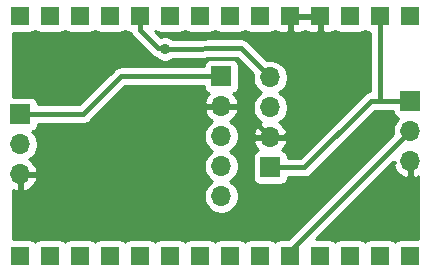
<source format=gbr>
G04 #@! TF.GenerationSoftware,KiCad,Pcbnew,5.1.5*
G04 #@! TF.CreationDate,2019-12-05T19:55:23+01:00*
G04 #@! TF.ProjectId,tiny328room,74696e79-3332-4387-926f-6f6d2e6b6963,rev?*
G04 #@! TF.SameCoordinates,Original*
G04 #@! TF.FileFunction,Copper,L2,Bot*
G04 #@! TF.FilePolarity,Positive*
%FSLAX46Y46*%
G04 Gerber Fmt 4.6, Leading zero omitted, Abs format (unit mm)*
G04 Created by KiCad (PCBNEW 5.1.5) date 2019-12-05 19:55:23*
%MOMM*%
%LPD*%
G04 APERTURE LIST*
%ADD10R,1.700000X1.700000*%
%ADD11O,1.700000X1.700000*%
%ADD12R,1.600000X1.600000*%
%ADD13C,0.889000*%
%ADD14C,0.400000*%
%ADD15C,0.254000*%
G04 APERTURE END LIST*
D10*
X129565400Y-76885800D03*
D11*
X129565400Y-79425800D03*
X129565400Y-81965800D03*
X129565400Y-84505800D03*
X129565400Y-87045800D03*
D10*
X133705600Y-84607400D03*
D11*
X133705600Y-82067400D03*
X133705600Y-79527400D03*
X133705600Y-76987400D03*
X145567400Y-84048600D03*
X145567400Y-81508600D03*
D10*
X145567400Y-78968600D03*
X112547400Y-80111600D03*
D11*
X112547400Y-82651600D03*
X112547400Y-85191600D03*
D12*
X112534600Y-92113000D03*
X115074600Y-92113000D03*
X117614600Y-92113000D03*
X120154600Y-92113000D03*
X122694600Y-92113000D03*
X125234600Y-92113000D03*
X127774600Y-92113000D03*
X130314600Y-92113000D03*
X132854600Y-92113000D03*
X135394600Y-92113000D03*
X137934600Y-92113000D03*
X140474600Y-92113000D03*
X143014600Y-92113000D03*
X145554600Y-92113000D03*
X112534600Y-71793000D03*
X115074600Y-71793000D03*
X117614600Y-71793000D03*
X120154600Y-71793000D03*
X122694600Y-71793000D03*
X125234600Y-71793000D03*
X127774600Y-71793000D03*
X130314600Y-71793000D03*
X132854600Y-71793000D03*
X135394600Y-71793000D03*
X137934600Y-71793000D03*
X140474600Y-71793000D03*
X143014600Y-71793000D03*
X145554600Y-71793000D03*
D13*
X138963400Y-79908400D03*
X124790200Y-74574400D03*
D14*
X112547400Y-80111600D02*
X117856000Y-80111600D01*
X121081800Y-76885800D02*
X129565400Y-76885800D01*
X117856000Y-80111600D02*
X121081800Y-76885800D01*
X133705600Y-84607400D02*
X136601200Y-84607400D01*
X136601200Y-84607400D02*
X142240000Y-78968600D01*
X143154400Y-78968600D02*
X143014600Y-78828800D01*
X142240000Y-78968600D02*
X143154400Y-78968600D01*
X143014600Y-78828800D02*
X143014600Y-71793000D01*
X143154400Y-78968600D02*
X145567400Y-78968600D01*
X112547400Y-85191600D02*
X117068600Y-85191600D01*
X122834400Y-79425800D02*
X129565400Y-79425800D01*
X117068600Y-85191600D02*
X122834400Y-79425800D01*
X131064000Y-79425800D02*
X133705600Y-82067400D01*
X129565400Y-79425800D02*
X131064000Y-79425800D01*
X137934600Y-72993000D02*
X137934600Y-71793000D01*
X137934600Y-79040481D02*
X137934600Y-72993000D01*
X134907681Y-82067400D02*
X137934600Y-79040481D01*
X133705600Y-82067400D02*
X134907681Y-82067400D01*
X137934600Y-79040481D02*
X138095481Y-79040481D01*
X138095481Y-79040481D02*
X138963400Y-79908400D01*
X122694600Y-72993000D02*
X124199800Y-74498200D01*
X122694600Y-71793000D02*
X122694600Y-72993000D01*
X131216400Y-74498200D02*
X133705600Y-76987400D01*
X124714000Y-74498200D02*
X124790200Y-74574400D01*
X124790200Y-74574400D02*
X131216400Y-74498200D01*
X124199800Y-74498200D02*
X124714000Y-74498200D01*
X135394600Y-91681400D02*
X135394600Y-92113000D01*
X145567400Y-81508600D02*
X135394600Y-91681400D01*
D15*
G36*
X135521600Y-71666000D02*
G01*
X137807600Y-71666000D01*
X137807600Y-71646000D01*
X138061600Y-71646000D01*
X138061600Y-71666000D01*
X138081600Y-71666000D01*
X138081600Y-71920000D01*
X138061600Y-71920000D01*
X138061600Y-73069250D01*
X138220350Y-73228000D01*
X138734600Y-73231072D01*
X138859082Y-73218812D01*
X138978780Y-73182502D01*
X139089094Y-73123537D01*
X139185785Y-73044185D01*
X139204600Y-73021259D01*
X139223415Y-73044185D01*
X139320106Y-73123537D01*
X139430420Y-73182502D01*
X139550118Y-73218812D01*
X139674600Y-73231072D01*
X141274600Y-73231072D01*
X141399082Y-73218812D01*
X141518780Y-73182502D01*
X141629094Y-73123537D01*
X141725785Y-73044185D01*
X141744600Y-73021259D01*
X141763415Y-73044185D01*
X141860106Y-73123537D01*
X141970420Y-73182502D01*
X142090118Y-73218812D01*
X142179601Y-73227625D01*
X142179600Y-78135509D01*
X142076311Y-78145682D01*
X141918913Y-78193428D01*
X141773854Y-78270964D01*
X141646709Y-78375309D01*
X141620561Y-78407171D01*
X136255333Y-83772400D01*
X135193672Y-83772400D01*
X135193672Y-83757400D01*
X135181412Y-83632918D01*
X135145102Y-83513220D01*
X135086137Y-83402906D01*
X135006785Y-83306215D01*
X134910094Y-83226863D01*
X134799780Y-83167898D01*
X134719134Y-83143434D01*
X134803188Y-83067669D01*
X134977241Y-82834320D01*
X135102425Y-82571499D01*
X135147076Y-82424290D01*
X135025755Y-82194400D01*
X133832600Y-82194400D01*
X133832600Y-82214400D01*
X133578600Y-82214400D01*
X133578600Y-82194400D01*
X132385445Y-82194400D01*
X132264124Y-82424290D01*
X132308775Y-82571499D01*
X132433959Y-82834320D01*
X132608012Y-83067669D01*
X132692066Y-83143434D01*
X132611420Y-83167898D01*
X132501106Y-83226863D01*
X132404415Y-83306215D01*
X132325063Y-83402906D01*
X132266098Y-83513220D01*
X132229788Y-83632918D01*
X132217528Y-83757400D01*
X132217528Y-85457400D01*
X132229788Y-85581882D01*
X132266098Y-85701580D01*
X132325063Y-85811894D01*
X132404415Y-85908585D01*
X132501106Y-85987937D01*
X132611420Y-86046902D01*
X132731118Y-86083212D01*
X132855600Y-86095472D01*
X134555600Y-86095472D01*
X134680082Y-86083212D01*
X134799780Y-86046902D01*
X134910094Y-85987937D01*
X135006785Y-85908585D01*
X135086137Y-85811894D01*
X135145102Y-85701580D01*
X135181412Y-85581882D01*
X135193672Y-85457400D01*
X135193672Y-85442400D01*
X136560182Y-85442400D01*
X136601200Y-85446440D01*
X136642218Y-85442400D01*
X136642219Y-85442400D01*
X136764889Y-85430318D01*
X136922287Y-85382572D01*
X137067346Y-85305036D01*
X137194491Y-85200691D01*
X137220646Y-85168821D01*
X142585868Y-79803600D01*
X143113381Y-79803600D01*
X143154399Y-79807640D01*
X143195418Y-79803600D01*
X144079328Y-79803600D01*
X144079328Y-79818600D01*
X144091588Y-79943082D01*
X144127898Y-80062780D01*
X144186863Y-80173094D01*
X144266215Y-80269785D01*
X144362906Y-80349137D01*
X144473220Y-80408102D01*
X144545780Y-80430113D01*
X144413925Y-80561968D01*
X144251410Y-80805189D01*
X144139468Y-81075442D01*
X144082400Y-81362340D01*
X144082400Y-81654860D01*
X144108593Y-81786538D01*
X135220205Y-90674928D01*
X134594600Y-90674928D01*
X134470118Y-90687188D01*
X134350420Y-90723498D01*
X134240106Y-90782463D01*
X134143415Y-90861815D01*
X134124600Y-90884741D01*
X134105785Y-90861815D01*
X134009094Y-90782463D01*
X133898780Y-90723498D01*
X133779082Y-90687188D01*
X133654600Y-90674928D01*
X132054600Y-90674928D01*
X131930118Y-90687188D01*
X131810420Y-90723498D01*
X131700106Y-90782463D01*
X131603415Y-90861815D01*
X131584600Y-90884741D01*
X131565785Y-90861815D01*
X131469094Y-90782463D01*
X131358780Y-90723498D01*
X131239082Y-90687188D01*
X131114600Y-90674928D01*
X129514600Y-90674928D01*
X129390118Y-90687188D01*
X129270420Y-90723498D01*
X129160106Y-90782463D01*
X129063415Y-90861815D01*
X129044600Y-90884741D01*
X129025785Y-90861815D01*
X128929094Y-90782463D01*
X128818780Y-90723498D01*
X128699082Y-90687188D01*
X128574600Y-90674928D01*
X126974600Y-90674928D01*
X126850118Y-90687188D01*
X126730420Y-90723498D01*
X126620106Y-90782463D01*
X126523415Y-90861815D01*
X126504600Y-90884741D01*
X126485785Y-90861815D01*
X126389094Y-90782463D01*
X126278780Y-90723498D01*
X126159082Y-90687188D01*
X126034600Y-90674928D01*
X124434600Y-90674928D01*
X124310118Y-90687188D01*
X124190420Y-90723498D01*
X124080106Y-90782463D01*
X123983415Y-90861815D01*
X123964600Y-90884741D01*
X123945785Y-90861815D01*
X123849094Y-90782463D01*
X123738780Y-90723498D01*
X123619082Y-90687188D01*
X123494600Y-90674928D01*
X121894600Y-90674928D01*
X121770118Y-90687188D01*
X121650420Y-90723498D01*
X121540106Y-90782463D01*
X121443415Y-90861815D01*
X121424600Y-90884741D01*
X121405785Y-90861815D01*
X121309094Y-90782463D01*
X121198780Y-90723498D01*
X121079082Y-90687188D01*
X120954600Y-90674928D01*
X119354600Y-90674928D01*
X119230118Y-90687188D01*
X119110420Y-90723498D01*
X119000106Y-90782463D01*
X118903415Y-90861815D01*
X118884600Y-90884741D01*
X118865785Y-90861815D01*
X118769094Y-90782463D01*
X118658780Y-90723498D01*
X118539082Y-90687188D01*
X118414600Y-90674928D01*
X116814600Y-90674928D01*
X116690118Y-90687188D01*
X116570420Y-90723498D01*
X116460106Y-90782463D01*
X116363415Y-90861815D01*
X116344600Y-90884741D01*
X116325785Y-90861815D01*
X116229094Y-90782463D01*
X116118780Y-90723498D01*
X115999082Y-90687188D01*
X115874600Y-90674928D01*
X114274600Y-90674928D01*
X114150118Y-90687188D01*
X114030420Y-90723498D01*
X113920106Y-90782463D01*
X113823415Y-90861815D01*
X113804600Y-90884741D01*
X113785785Y-90861815D01*
X113689094Y-90782463D01*
X113578780Y-90723498D01*
X113459082Y-90687188D01*
X113334600Y-90674928D01*
X111911600Y-90674928D01*
X111911600Y-86533048D01*
X111916148Y-86535757D01*
X112190509Y-86633081D01*
X112420400Y-86512414D01*
X112420400Y-85318600D01*
X112674400Y-85318600D01*
X112674400Y-86512414D01*
X112904291Y-86633081D01*
X113178652Y-86535757D01*
X113428755Y-86386778D01*
X113644988Y-86191869D01*
X113819041Y-85958520D01*
X113944225Y-85695699D01*
X113988876Y-85548490D01*
X113867555Y-85318600D01*
X112674400Y-85318600D01*
X112420400Y-85318600D01*
X112400400Y-85318600D01*
X112400400Y-85064600D01*
X112420400Y-85064600D01*
X112420400Y-85044600D01*
X112674400Y-85044600D01*
X112674400Y-85064600D01*
X113867555Y-85064600D01*
X113988876Y-84834710D01*
X113944225Y-84687501D01*
X113819041Y-84424680D01*
X113644988Y-84191331D01*
X113428755Y-83996422D01*
X113311866Y-83926795D01*
X113494032Y-83805075D01*
X113700875Y-83598232D01*
X113863390Y-83355011D01*
X113975332Y-83084758D01*
X114032400Y-82797860D01*
X114032400Y-82505340D01*
X113975332Y-82218442D01*
X113863390Y-81948189D01*
X113777430Y-81819540D01*
X128080400Y-81819540D01*
X128080400Y-82112060D01*
X128137468Y-82398958D01*
X128249410Y-82669211D01*
X128411925Y-82912432D01*
X128618768Y-83119275D01*
X128793160Y-83235800D01*
X128618768Y-83352325D01*
X128411925Y-83559168D01*
X128249410Y-83802389D01*
X128137468Y-84072642D01*
X128080400Y-84359540D01*
X128080400Y-84652060D01*
X128137468Y-84938958D01*
X128249410Y-85209211D01*
X128411925Y-85452432D01*
X128618768Y-85659275D01*
X128793160Y-85775800D01*
X128618768Y-85892325D01*
X128411925Y-86099168D01*
X128249410Y-86342389D01*
X128137468Y-86612642D01*
X128080400Y-86899540D01*
X128080400Y-87192060D01*
X128137468Y-87478958D01*
X128249410Y-87749211D01*
X128411925Y-87992432D01*
X128618768Y-88199275D01*
X128861989Y-88361790D01*
X129132242Y-88473732D01*
X129419140Y-88530800D01*
X129711660Y-88530800D01*
X129998558Y-88473732D01*
X130268811Y-88361790D01*
X130512032Y-88199275D01*
X130718875Y-87992432D01*
X130881390Y-87749211D01*
X130993332Y-87478958D01*
X131050400Y-87192060D01*
X131050400Y-86899540D01*
X130993332Y-86612642D01*
X130881390Y-86342389D01*
X130718875Y-86099168D01*
X130512032Y-85892325D01*
X130337640Y-85775800D01*
X130512032Y-85659275D01*
X130718875Y-85452432D01*
X130881390Y-85209211D01*
X130993332Y-84938958D01*
X131050400Y-84652060D01*
X131050400Y-84359540D01*
X130993332Y-84072642D01*
X130881390Y-83802389D01*
X130718875Y-83559168D01*
X130512032Y-83352325D01*
X130337640Y-83235800D01*
X130512032Y-83119275D01*
X130718875Y-82912432D01*
X130881390Y-82669211D01*
X130993332Y-82398958D01*
X131050400Y-82112060D01*
X131050400Y-81819540D01*
X130993332Y-81532642D01*
X130881390Y-81262389D01*
X130718875Y-81019168D01*
X130512032Y-80812325D01*
X130329866Y-80690605D01*
X130446755Y-80620978D01*
X130662988Y-80426069D01*
X130837041Y-80192720D01*
X130962225Y-79929899D01*
X131006876Y-79782690D01*
X130885555Y-79552800D01*
X129692400Y-79552800D01*
X129692400Y-79572800D01*
X129438400Y-79572800D01*
X129438400Y-79552800D01*
X128245245Y-79552800D01*
X128123924Y-79782690D01*
X128168575Y-79929899D01*
X128293759Y-80192720D01*
X128467812Y-80426069D01*
X128684045Y-80620978D01*
X128800934Y-80690605D01*
X128618768Y-80812325D01*
X128411925Y-81019168D01*
X128249410Y-81262389D01*
X128137468Y-81532642D01*
X128080400Y-81819540D01*
X113777430Y-81819540D01*
X113700875Y-81704968D01*
X113569020Y-81573113D01*
X113641580Y-81551102D01*
X113751894Y-81492137D01*
X113848585Y-81412785D01*
X113927937Y-81316094D01*
X113986902Y-81205780D01*
X114023212Y-81086082D01*
X114035472Y-80961600D01*
X114035472Y-80946600D01*
X117814982Y-80946600D01*
X117856000Y-80950640D01*
X117897018Y-80946600D01*
X117897019Y-80946600D01*
X118019689Y-80934518D01*
X118177087Y-80886772D01*
X118322146Y-80809236D01*
X118449291Y-80704891D01*
X118475446Y-80673021D01*
X121427668Y-77720800D01*
X128077328Y-77720800D01*
X128077328Y-77735800D01*
X128089588Y-77860282D01*
X128125898Y-77979980D01*
X128184863Y-78090294D01*
X128264215Y-78186985D01*
X128360906Y-78266337D01*
X128471220Y-78325302D01*
X128551866Y-78349766D01*
X128467812Y-78425531D01*
X128293759Y-78658880D01*
X128168575Y-78921701D01*
X128123924Y-79068910D01*
X128245245Y-79298800D01*
X129438400Y-79298800D01*
X129438400Y-79278800D01*
X129692400Y-79278800D01*
X129692400Y-79298800D01*
X130885555Y-79298800D01*
X131006876Y-79068910D01*
X130962225Y-78921701D01*
X130837041Y-78658880D01*
X130662988Y-78425531D01*
X130578934Y-78349766D01*
X130659580Y-78325302D01*
X130769894Y-78266337D01*
X130866585Y-78186985D01*
X130945937Y-78090294D01*
X131004902Y-77979980D01*
X131041212Y-77860282D01*
X131053472Y-77735800D01*
X131053472Y-76035800D01*
X131041212Y-75911318D01*
X131004902Y-75791620D01*
X130945937Y-75681306D01*
X130866585Y-75584615D01*
X130769894Y-75505263D01*
X130659580Y-75446298D01*
X130539882Y-75409988D01*
X130415400Y-75397728D01*
X128715400Y-75397728D01*
X128590918Y-75409988D01*
X128471220Y-75446298D01*
X128360906Y-75505263D01*
X128264215Y-75584615D01*
X128184863Y-75681306D01*
X128125898Y-75791620D01*
X128089588Y-75911318D01*
X128077328Y-76035800D01*
X128077328Y-76050800D01*
X121122818Y-76050800D01*
X121081799Y-76046760D01*
X121040781Y-76050800D01*
X120918111Y-76062882D01*
X120760713Y-76110628D01*
X120615654Y-76188164D01*
X120488509Y-76292509D01*
X120462359Y-76324373D01*
X117510133Y-79276600D01*
X114035472Y-79276600D01*
X114035472Y-79261600D01*
X114023212Y-79137118D01*
X113986902Y-79017420D01*
X113927937Y-78907106D01*
X113848585Y-78810415D01*
X113751894Y-78731063D01*
X113641580Y-78672098D01*
X113521882Y-78635788D01*
X113397400Y-78623528D01*
X111911600Y-78623528D01*
X111911600Y-73231072D01*
X113334600Y-73231072D01*
X113459082Y-73218812D01*
X113578780Y-73182502D01*
X113689094Y-73123537D01*
X113785785Y-73044185D01*
X113804600Y-73021259D01*
X113823415Y-73044185D01*
X113920106Y-73123537D01*
X114030420Y-73182502D01*
X114150118Y-73218812D01*
X114274600Y-73231072D01*
X115874600Y-73231072D01*
X115999082Y-73218812D01*
X116118780Y-73182502D01*
X116229094Y-73123537D01*
X116325785Y-73044185D01*
X116344600Y-73021259D01*
X116363415Y-73044185D01*
X116460106Y-73123537D01*
X116570420Y-73182502D01*
X116690118Y-73218812D01*
X116814600Y-73231072D01*
X118414600Y-73231072D01*
X118539082Y-73218812D01*
X118658780Y-73182502D01*
X118769094Y-73123537D01*
X118865785Y-73044185D01*
X118884600Y-73021259D01*
X118903415Y-73044185D01*
X119000106Y-73123537D01*
X119110420Y-73182502D01*
X119230118Y-73218812D01*
X119354600Y-73231072D01*
X120954600Y-73231072D01*
X121079082Y-73218812D01*
X121198780Y-73182502D01*
X121309094Y-73123537D01*
X121405785Y-73044185D01*
X121424600Y-73021259D01*
X121443415Y-73044185D01*
X121540106Y-73123537D01*
X121650420Y-73182502D01*
X121770118Y-73218812D01*
X121894235Y-73231036D01*
X121919428Y-73314086D01*
X121919429Y-73314087D01*
X121996965Y-73459146D01*
X122101310Y-73586291D01*
X122133174Y-73612441D01*
X123580359Y-75059626D01*
X123606509Y-75091491D01*
X123733654Y-75195836D01*
X123878713Y-75273372D01*
X123999025Y-75309868D01*
X124102059Y-75412902D01*
X124278865Y-75531040D01*
X124475322Y-75612415D01*
X124683879Y-75653900D01*
X124896521Y-75653900D01*
X125105078Y-75612415D01*
X125301535Y-75531040D01*
X125478341Y-75412902D01*
X125490084Y-75401159D01*
X130874643Y-75337310D01*
X132246793Y-76709461D01*
X132220600Y-76841140D01*
X132220600Y-77133660D01*
X132277668Y-77420558D01*
X132389610Y-77690811D01*
X132552125Y-77934032D01*
X132758968Y-78140875D01*
X132933360Y-78257400D01*
X132758968Y-78373925D01*
X132552125Y-78580768D01*
X132389610Y-78823989D01*
X132277668Y-79094242D01*
X132220600Y-79381140D01*
X132220600Y-79673660D01*
X132277668Y-79960558D01*
X132389610Y-80230811D01*
X132552125Y-80474032D01*
X132758968Y-80680875D01*
X132941134Y-80802595D01*
X132824245Y-80872222D01*
X132608012Y-81067131D01*
X132433959Y-81300480D01*
X132308775Y-81563301D01*
X132264124Y-81710510D01*
X132385445Y-81940400D01*
X133578600Y-81940400D01*
X133578600Y-81920400D01*
X133832600Y-81920400D01*
X133832600Y-81940400D01*
X135025755Y-81940400D01*
X135147076Y-81710510D01*
X135102425Y-81563301D01*
X134977241Y-81300480D01*
X134803188Y-81067131D01*
X134586955Y-80872222D01*
X134470066Y-80802595D01*
X134652232Y-80680875D01*
X134859075Y-80474032D01*
X135021590Y-80230811D01*
X135133532Y-79960558D01*
X135190600Y-79673660D01*
X135190600Y-79381140D01*
X135133532Y-79094242D01*
X135021590Y-78823989D01*
X134859075Y-78580768D01*
X134652232Y-78373925D01*
X134477840Y-78257400D01*
X134652232Y-78140875D01*
X134859075Y-77934032D01*
X135021590Y-77690811D01*
X135133532Y-77420558D01*
X135190600Y-77133660D01*
X135190600Y-76841140D01*
X135133532Y-76554242D01*
X135021590Y-76283989D01*
X134859075Y-76040768D01*
X134652232Y-75833925D01*
X134409011Y-75671410D01*
X134138758Y-75559468D01*
X133851860Y-75502400D01*
X133559340Y-75502400D01*
X133427661Y-75528593D01*
X131832332Y-73933265D01*
X131802614Y-73897917D01*
X131742302Y-73849605D01*
X131682545Y-73800564D01*
X131678137Y-73798208D01*
X131674241Y-73795087D01*
X131605683Y-73759480D01*
X131537486Y-73723028D01*
X131532704Y-73721578D01*
X131528273Y-73719276D01*
X131454093Y-73697731D01*
X131380088Y-73675282D01*
X131375113Y-73674792D01*
X131370320Y-73673400D01*
X131293382Y-73666742D01*
X131216400Y-73659160D01*
X131170437Y-73663687D01*
X125471407Y-73731265D01*
X125301535Y-73617760D01*
X125105078Y-73536385D01*
X124896521Y-73494900D01*
X124683879Y-73494900D01*
X124475322Y-73536385D01*
X124435392Y-73552924D01*
X123935277Y-73052809D01*
X123945785Y-73044185D01*
X123964600Y-73021259D01*
X123983415Y-73044185D01*
X124080106Y-73123537D01*
X124190420Y-73182502D01*
X124310118Y-73218812D01*
X124434600Y-73231072D01*
X126034600Y-73231072D01*
X126159082Y-73218812D01*
X126278780Y-73182502D01*
X126389094Y-73123537D01*
X126485785Y-73044185D01*
X126504600Y-73021259D01*
X126523415Y-73044185D01*
X126620106Y-73123537D01*
X126730420Y-73182502D01*
X126850118Y-73218812D01*
X126974600Y-73231072D01*
X128574600Y-73231072D01*
X128699082Y-73218812D01*
X128818780Y-73182502D01*
X128929094Y-73123537D01*
X129025785Y-73044185D01*
X129044600Y-73021259D01*
X129063415Y-73044185D01*
X129160106Y-73123537D01*
X129270420Y-73182502D01*
X129390118Y-73218812D01*
X129514600Y-73231072D01*
X131114600Y-73231072D01*
X131239082Y-73218812D01*
X131358780Y-73182502D01*
X131469094Y-73123537D01*
X131565785Y-73044185D01*
X131584600Y-73021259D01*
X131603415Y-73044185D01*
X131700106Y-73123537D01*
X131810420Y-73182502D01*
X131930118Y-73218812D01*
X132054600Y-73231072D01*
X133654600Y-73231072D01*
X133779082Y-73218812D01*
X133898780Y-73182502D01*
X134009094Y-73123537D01*
X134105785Y-73044185D01*
X134124600Y-73021259D01*
X134143415Y-73044185D01*
X134240106Y-73123537D01*
X134350420Y-73182502D01*
X134470118Y-73218812D01*
X134594600Y-73231072D01*
X135108850Y-73228000D01*
X135267600Y-73069250D01*
X135267600Y-71920000D01*
X135521600Y-71920000D01*
X135521600Y-73069250D01*
X135680350Y-73228000D01*
X136194600Y-73231072D01*
X136319082Y-73218812D01*
X136438780Y-73182502D01*
X136549094Y-73123537D01*
X136645785Y-73044185D01*
X136664600Y-73021259D01*
X136683415Y-73044185D01*
X136780106Y-73123537D01*
X136890420Y-73182502D01*
X137010118Y-73218812D01*
X137134600Y-73231072D01*
X137648850Y-73228000D01*
X137807600Y-73069250D01*
X137807600Y-71920000D01*
X135521600Y-71920000D01*
X135267600Y-71920000D01*
X135247600Y-71920000D01*
X135247600Y-71666000D01*
X135267600Y-71666000D01*
X135267600Y-71646000D01*
X135521600Y-71646000D01*
X135521600Y-71666000D01*
G37*
X135521600Y-71666000D02*
X137807600Y-71666000D01*
X137807600Y-71646000D01*
X138061600Y-71646000D01*
X138061600Y-71666000D01*
X138081600Y-71666000D01*
X138081600Y-71920000D01*
X138061600Y-71920000D01*
X138061600Y-73069250D01*
X138220350Y-73228000D01*
X138734600Y-73231072D01*
X138859082Y-73218812D01*
X138978780Y-73182502D01*
X139089094Y-73123537D01*
X139185785Y-73044185D01*
X139204600Y-73021259D01*
X139223415Y-73044185D01*
X139320106Y-73123537D01*
X139430420Y-73182502D01*
X139550118Y-73218812D01*
X139674600Y-73231072D01*
X141274600Y-73231072D01*
X141399082Y-73218812D01*
X141518780Y-73182502D01*
X141629094Y-73123537D01*
X141725785Y-73044185D01*
X141744600Y-73021259D01*
X141763415Y-73044185D01*
X141860106Y-73123537D01*
X141970420Y-73182502D01*
X142090118Y-73218812D01*
X142179601Y-73227625D01*
X142179600Y-78135509D01*
X142076311Y-78145682D01*
X141918913Y-78193428D01*
X141773854Y-78270964D01*
X141646709Y-78375309D01*
X141620561Y-78407171D01*
X136255333Y-83772400D01*
X135193672Y-83772400D01*
X135193672Y-83757400D01*
X135181412Y-83632918D01*
X135145102Y-83513220D01*
X135086137Y-83402906D01*
X135006785Y-83306215D01*
X134910094Y-83226863D01*
X134799780Y-83167898D01*
X134719134Y-83143434D01*
X134803188Y-83067669D01*
X134977241Y-82834320D01*
X135102425Y-82571499D01*
X135147076Y-82424290D01*
X135025755Y-82194400D01*
X133832600Y-82194400D01*
X133832600Y-82214400D01*
X133578600Y-82214400D01*
X133578600Y-82194400D01*
X132385445Y-82194400D01*
X132264124Y-82424290D01*
X132308775Y-82571499D01*
X132433959Y-82834320D01*
X132608012Y-83067669D01*
X132692066Y-83143434D01*
X132611420Y-83167898D01*
X132501106Y-83226863D01*
X132404415Y-83306215D01*
X132325063Y-83402906D01*
X132266098Y-83513220D01*
X132229788Y-83632918D01*
X132217528Y-83757400D01*
X132217528Y-85457400D01*
X132229788Y-85581882D01*
X132266098Y-85701580D01*
X132325063Y-85811894D01*
X132404415Y-85908585D01*
X132501106Y-85987937D01*
X132611420Y-86046902D01*
X132731118Y-86083212D01*
X132855600Y-86095472D01*
X134555600Y-86095472D01*
X134680082Y-86083212D01*
X134799780Y-86046902D01*
X134910094Y-85987937D01*
X135006785Y-85908585D01*
X135086137Y-85811894D01*
X135145102Y-85701580D01*
X135181412Y-85581882D01*
X135193672Y-85457400D01*
X135193672Y-85442400D01*
X136560182Y-85442400D01*
X136601200Y-85446440D01*
X136642218Y-85442400D01*
X136642219Y-85442400D01*
X136764889Y-85430318D01*
X136922287Y-85382572D01*
X137067346Y-85305036D01*
X137194491Y-85200691D01*
X137220646Y-85168821D01*
X142585868Y-79803600D01*
X143113381Y-79803600D01*
X143154399Y-79807640D01*
X143195418Y-79803600D01*
X144079328Y-79803600D01*
X144079328Y-79818600D01*
X144091588Y-79943082D01*
X144127898Y-80062780D01*
X144186863Y-80173094D01*
X144266215Y-80269785D01*
X144362906Y-80349137D01*
X144473220Y-80408102D01*
X144545780Y-80430113D01*
X144413925Y-80561968D01*
X144251410Y-80805189D01*
X144139468Y-81075442D01*
X144082400Y-81362340D01*
X144082400Y-81654860D01*
X144108593Y-81786538D01*
X135220205Y-90674928D01*
X134594600Y-90674928D01*
X134470118Y-90687188D01*
X134350420Y-90723498D01*
X134240106Y-90782463D01*
X134143415Y-90861815D01*
X134124600Y-90884741D01*
X134105785Y-90861815D01*
X134009094Y-90782463D01*
X133898780Y-90723498D01*
X133779082Y-90687188D01*
X133654600Y-90674928D01*
X132054600Y-90674928D01*
X131930118Y-90687188D01*
X131810420Y-90723498D01*
X131700106Y-90782463D01*
X131603415Y-90861815D01*
X131584600Y-90884741D01*
X131565785Y-90861815D01*
X131469094Y-90782463D01*
X131358780Y-90723498D01*
X131239082Y-90687188D01*
X131114600Y-90674928D01*
X129514600Y-90674928D01*
X129390118Y-90687188D01*
X129270420Y-90723498D01*
X129160106Y-90782463D01*
X129063415Y-90861815D01*
X129044600Y-90884741D01*
X129025785Y-90861815D01*
X128929094Y-90782463D01*
X128818780Y-90723498D01*
X128699082Y-90687188D01*
X128574600Y-90674928D01*
X126974600Y-90674928D01*
X126850118Y-90687188D01*
X126730420Y-90723498D01*
X126620106Y-90782463D01*
X126523415Y-90861815D01*
X126504600Y-90884741D01*
X126485785Y-90861815D01*
X126389094Y-90782463D01*
X126278780Y-90723498D01*
X126159082Y-90687188D01*
X126034600Y-90674928D01*
X124434600Y-90674928D01*
X124310118Y-90687188D01*
X124190420Y-90723498D01*
X124080106Y-90782463D01*
X123983415Y-90861815D01*
X123964600Y-90884741D01*
X123945785Y-90861815D01*
X123849094Y-90782463D01*
X123738780Y-90723498D01*
X123619082Y-90687188D01*
X123494600Y-90674928D01*
X121894600Y-90674928D01*
X121770118Y-90687188D01*
X121650420Y-90723498D01*
X121540106Y-90782463D01*
X121443415Y-90861815D01*
X121424600Y-90884741D01*
X121405785Y-90861815D01*
X121309094Y-90782463D01*
X121198780Y-90723498D01*
X121079082Y-90687188D01*
X120954600Y-90674928D01*
X119354600Y-90674928D01*
X119230118Y-90687188D01*
X119110420Y-90723498D01*
X119000106Y-90782463D01*
X118903415Y-90861815D01*
X118884600Y-90884741D01*
X118865785Y-90861815D01*
X118769094Y-90782463D01*
X118658780Y-90723498D01*
X118539082Y-90687188D01*
X118414600Y-90674928D01*
X116814600Y-90674928D01*
X116690118Y-90687188D01*
X116570420Y-90723498D01*
X116460106Y-90782463D01*
X116363415Y-90861815D01*
X116344600Y-90884741D01*
X116325785Y-90861815D01*
X116229094Y-90782463D01*
X116118780Y-90723498D01*
X115999082Y-90687188D01*
X115874600Y-90674928D01*
X114274600Y-90674928D01*
X114150118Y-90687188D01*
X114030420Y-90723498D01*
X113920106Y-90782463D01*
X113823415Y-90861815D01*
X113804600Y-90884741D01*
X113785785Y-90861815D01*
X113689094Y-90782463D01*
X113578780Y-90723498D01*
X113459082Y-90687188D01*
X113334600Y-90674928D01*
X111911600Y-90674928D01*
X111911600Y-86533048D01*
X111916148Y-86535757D01*
X112190509Y-86633081D01*
X112420400Y-86512414D01*
X112420400Y-85318600D01*
X112674400Y-85318600D01*
X112674400Y-86512414D01*
X112904291Y-86633081D01*
X113178652Y-86535757D01*
X113428755Y-86386778D01*
X113644988Y-86191869D01*
X113819041Y-85958520D01*
X113944225Y-85695699D01*
X113988876Y-85548490D01*
X113867555Y-85318600D01*
X112674400Y-85318600D01*
X112420400Y-85318600D01*
X112400400Y-85318600D01*
X112400400Y-85064600D01*
X112420400Y-85064600D01*
X112420400Y-85044600D01*
X112674400Y-85044600D01*
X112674400Y-85064600D01*
X113867555Y-85064600D01*
X113988876Y-84834710D01*
X113944225Y-84687501D01*
X113819041Y-84424680D01*
X113644988Y-84191331D01*
X113428755Y-83996422D01*
X113311866Y-83926795D01*
X113494032Y-83805075D01*
X113700875Y-83598232D01*
X113863390Y-83355011D01*
X113975332Y-83084758D01*
X114032400Y-82797860D01*
X114032400Y-82505340D01*
X113975332Y-82218442D01*
X113863390Y-81948189D01*
X113777430Y-81819540D01*
X128080400Y-81819540D01*
X128080400Y-82112060D01*
X128137468Y-82398958D01*
X128249410Y-82669211D01*
X128411925Y-82912432D01*
X128618768Y-83119275D01*
X128793160Y-83235800D01*
X128618768Y-83352325D01*
X128411925Y-83559168D01*
X128249410Y-83802389D01*
X128137468Y-84072642D01*
X128080400Y-84359540D01*
X128080400Y-84652060D01*
X128137468Y-84938958D01*
X128249410Y-85209211D01*
X128411925Y-85452432D01*
X128618768Y-85659275D01*
X128793160Y-85775800D01*
X128618768Y-85892325D01*
X128411925Y-86099168D01*
X128249410Y-86342389D01*
X128137468Y-86612642D01*
X128080400Y-86899540D01*
X128080400Y-87192060D01*
X128137468Y-87478958D01*
X128249410Y-87749211D01*
X128411925Y-87992432D01*
X128618768Y-88199275D01*
X128861989Y-88361790D01*
X129132242Y-88473732D01*
X129419140Y-88530800D01*
X129711660Y-88530800D01*
X129998558Y-88473732D01*
X130268811Y-88361790D01*
X130512032Y-88199275D01*
X130718875Y-87992432D01*
X130881390Y-87749211D01*
X130993332Y-87478958D01*
X131050400Y-87192060D01*
X131050400Y-86899540D01*
X130993332Y-86612642D01*
X130881390Y-86342389D01*
X130718875Y-86099168D01*
X130512032Y-85892325D01*
X130337640Y-85775800D01*
X130512032Y-85659275D01*
X130718875Y-85452432D01*
X130881390Y-85209211D01*
X130993332Y-84938958D01*
X131050400Y-84652060D01*
X131050400Y-84359540D01*
X130993332Y-84072642D01*
X130881390Y-83802389D01*
X130718875Y-83559168D01*
X130512032Y-83352325D01*
X130337640Y-83235800D01*
X130512032Y-83119275D01*
X130718875Y-82912432D01*
X130881390Y-82669211D01*
X130993332Y-82398958D01*
X131050400Y-82112060D01*
X131050400Y-81819540D01*
X130993332Y-81532642D01*
X130881390Y-81262389D01*
X130718875Y-81019168D01*
X130512032Y-80812325D01*
X130329866Y-80690605D01*
X130446755Y-80620978D01*
X130662988Y-80426069D01*
X130837041Y-80192720D01*
X130962225Y-79929899D01*
X131006876Y-79782690D01*
X130885555Y-79552800D01*
X129692400Y-79552800D01*
X129692400Y-79572800D01*
X129438400Y-79572800D01*
X129438400Y-79552800D01*
X128245245Y-79552800D01*
X128123924Y-79782690D01*
X128168575Y-79929899D01*
X128293759Y-80192720D01*
X128467812Y-80426069D01*
X128684045Y-80620978D01*
X128800934Y-80690605D01*
X128618768Y-80812325D01*
X128411925Y-81019168D01*
X128249410Y-81262389D01*
X128137468Y-81532642D01*
X128080400Y-81819540D01*
X113777430Y-81819540D01*
X113700875Y-81704968D01*
X113569020Y-81573113D01*
X113641580Y-81551102D01*
X113751894Y-81492137D01*
X113848585Y-81412785D01*
X113927937Y-81316094D01*
X113986902Y-81205780D01*
X114023212Y-81086082D01*
X114035472Y-80961600D01*
X114035472Y-80946600D01*
X117814982Y-80946600D01*
X117856000Y-80950640D01*
X117897018Y-80946600D01*
X117897019Y-80946600D01*
X118019689Y-80934518D01*
X118177087Y-80886772D01*
X118322146Y-80809236D01*
X118449291Y-80704891D01*
X118475446Y-80673021D01*
X121427668Y-77720800D01*
X128077328Y-77720800D01*
X128077328Y-77735800D01*
X128089588Y-77860282D01*
X128125898Y-77979980D01*
X128184863Y-78090294D01*
X128264215Y-78186985D01*
X128360906Y-78266337D01*
X128471220Y-78325302D01*
X128551866Y-78349766D01*
X128467812Y-78425531D01*
X128293759Y-78658880D01*
X128168575Y-78921701D01*
X128123924Y-79068910D01*
X128245245Y-79298800D01*
X129438400Y-79298800D01*
X129438400Y-79278800D01*
X129692400Y-79278800D01*
X129692400Y-79298800D01*
X130885555Y-79298800D01*
X131006876Y-79068910D01*
X130962225Y-78921701D01*
X130837041Y-78658880D01*
X130662988Y-78425531D01*
X130578934Y-78349766D01*
X130659580Y-78325302D01*
X130769894Y-78266337D01*
X130866585Y-78186985D01*
X130945937Y-78090294D01*
X131004902Y-77979980D01*
X131041212Y-77860282D01*
X131053472Y-77735800D01*
X131053472Y-76035800D01*
X131041212Y-75911318D01*
X131004902Y-75791620D01*
X130945937Y-75681306D01*
X130866585Y-75584615D01*
X130769894Y-75505263D01*
X130659580Y-75446298D01*
X130539882Y-75409988D01*
X130415400Y-75397728D01*
X128715400Y-75397728D01*
X128590918Y-75409988D01*
X128471220Y-75446298D01*
X128360906Y-75505263D01*
X128264215Y-75584615D01*
X128184863Y-75681306D01*
X128125898Y-75791620D01*
X128089588Y-75911318D01*
X128077328Y-76035800D01*
X128077328Y-76050800D01*
X121122818Y-76050800D01*
X121081799Y-76046760D01*
X121040781Y-76050800D01*
X120918111Y-76062882D01*
X120760713Y-76110628D01*
X120615654Y-76188164D01*
X120488509Y-76292509D01*
X120462359Y-76324373D01*
X117510133Y-79276600D01*
X114035472Y-79276600D01*
X114035472Y-79261600D01*
X114023212Y-79137118D01*
X113986902Y-79017420D01*
X113927937Y-78907106D01*
X113848585Y-78810415D01*
X113751894Y-78731063D01*
X113641580Y-78672098D01*
X113521882Y-78635788D01*
X113397400Y-78623528D01*
X111911600Y-78623528D01*
X111911600Y-73231072D01*
X113334600Y-73231072D01*
X113459082Y-73218812D01*
X113578780Y-73182502D01*
X113689094Y-73123537D01*
X113785785Y-73044185D01*
X113804600Y-73021259D01*
X113823415Y-73044185D01*
X113920106Y-73123537D01*
X114030420Y-73182502D01*
X114150118Y-73218812D01*
X114274600Y-73231072D01*
X115874600Y-73231072D01*
X115999082Y-73218812D01*
X116118780Y-73182502D01*
X116229094Y-73123537D01*
X116325785Y-73044185D01*
X116344600Y-73021259D01*
X116363415Y-73044185D01*
X116460106Y-73123537D01*
X116570420Y-73182502D01*
X116690118Y-73218812D01*
X116814600Y-73231072D01*
X118414600Y-73231072D01*
X118539082Y-73218812D01*
X118658780Y-73182502D01*
X118769094Y-73123537D01*
X118865785Y-73044185D01*
X118884600Y-73021259D01*
X118903415Y-73044185D01*
X119000106Y-73123537D01*
X119110420Y-73182502D01*
X119230118Y-73218812D01*
X119354600Y-73231072D01*
X120954600Y-73231072D01*
X121079082Y-73218812D01*
X121198780Y-73182502D01*
X121309094Y-73123537D01*
X121405785Y-73044185D01*
X121424600Y-73021259D01*
X121443415Y-73044185D01*
X121540106Y-73123537D01*
X121650420Y-73182502D01*
X121770118Y-73218812D01*
X121894235Y-73231036D01*
X121919428Y-73314086D01*
X121919429Y-73314087D01*
X121996965Y-73459146D01*
X122101310Y-73586291D01*
X122133174Y-73612441D01*
X123580359Y-75059626D01*
X123606509Y-75091491D01*
X123733654Y-75195836D01*
X123878713Y-75273372D01*
X123999025Y-75309868D01*
X124102059Y-75412902D01*
X124278865Y-75531040D01*
X124475322Y-75612415D01*
X124683879Y-75653900D01*
X124896521Y-75653900D01*
X125105078Y-75612415D01*
X125301535Y-75531040D01*
X125478341Y-75412902D01*
X125490084Y-75401159D01*
X130874643Y-75337310D01*
X132246793Y-76709461D01*
X132220600Y-76841140D01*
X132220600Y-77133660D01*
X132277668Y-77420558D01*
X132389610Y-77690811D01*
X132552125Y-77934032D01*
X132758968Y-78140875D01*
X132933360Y-78257400D01*
X132758968Y-78373925D01*
X132552125Y-78580768D01*
X132389610Y-78823989D01*
X132277668Y-79094242D01*
X132220600Y-79381140D01*
X132220600Y-79673660D01*
X132277668Y-79960558D01*
X132389610Y-80230811D01*
X132552125Y-80474032D01*
X132758968Y-80680875D01*
X132941134Y-80802595D01*
X132824245Y-80872222D01*
X132608012Y-81067131D01*
X132433959Y-81300480D01*
X132308775Y-81563301D01*
X132264124Y-81710510D01*
X132385445Y-81940400D01*
X133578600Y-81940400D01*
X133578600Y-81920400D01*
X133832600Y-81920400D01*
X133832600Y-81940400D01*
X135025755Y-81940400D01*
X135147076Y-81710510D01*
X135102425Y-81563301D01*
X134977241Y-81300480D01*
X134803188Y-81067131D01*
X134586955Y-80872222D01*
X134470066Y-80802595D01*
X134652232Y-80680875D01*
X134859075Y-80474032D01*
X135021590Y-80230811D01*
X135133532Y-79960558D01*
X135190600Y-79673660D01*
X135190600Y-79381140D01*
X135133532Y-79094242D01*
X135021590Y-78823989D01*
X134859075Y-78580768D01*
X134652232Y-78373925D01*
X134477840Y-78257400D01*
X134652232Y-78140875D01*
X134859075Y-77934032D01*
X135021590Y-77690811D01*
X135133532Y-77420558D01*
X135190600Y-77133660D01*
X135190600Y-76841140D01*
X135133532Y-76554242D01*
X135021590Y-76283989D01*
X134859075Y-76040768D01*
X134652232Y-75833925D01*
X134409011Y-75671410D01*
X134138758Y-75559468D01*
X133851860Y-75502400D01*
X133559340Y-75502400D01*
X133427661Y-75528593D01*
X131832332Y-73933265D01*
X131802614Y-73897917D01*
X131742302Y-73849605D01*
X131682545Y-73800564D01*
X131678137Y-73798208D01*
X131674241Y-73795087D01*
X131605683Y-73759480D01*
X131537486Y-73723028D01*
X131532704Y-73721578D01*
X131528273Y-73719276D01*
X131454093Y-73697731D01*
X131380088Y-73675282D01*
X131375113Y-73674792D01*
X131370320Y-73673400D01*
X131293382Y-73666742D01*
X131216400Y-73659160D01*
X131170437Y-73663687D01*
X125471407Y-73731265D01*
X125301535Y-73617760D01*
X125105078Y-73536385D01*
X124896521Y-73494900D01*
X124683879Y-73494900D01*
X124475322Y-73536385D01*
X124435392Y-73552924D01*
X123935277Y-73052809D01*
X123945785Y-73044185D01*
X123964600Y-73021259D01*
X123983415Y-73044185D01*
X124080106Y-73123537D01*
X124190420Y-73182502D01*
X124310118Y-73218812D01*
X124434600Y-73231072D01*
X126034600Y-73231072D01*
X126159082Y-73218812D01*
X126278780Y-73182502D01*
X126389094Y-73123537D01*
X126485785Y-73044185D01*
X126504600Y-73021259D01*
X126523415Y-73044185D01*
X126620106Y-73123537D01*
X126730420Y-73182502D01*
X126850118Y-73218812D01*
X126974600Y-73231072D01*
X128574600Y-73231072D01*
X128699082Y-73218812D01*
X128818780Y-73182502D01*
X128929094Y-73123537D01*
X129025785Y-73044185D01*
X129044600Y-73021259D01*
X129063415Y-73044185D01*
X129160106Y-73123537D01*
X129270420Y-73182502D01*
X129390118Y-73218812D01*
X129514600Y-73231072D01*
X131114600Y-73231072D01*
X131239082Y-73218812D01*
X131358780Y-73182502D01*
X131469094Y-73123537D01*
X131565785Y-73044185D01*
X131584600Y-73021259D01*
X131603415Y-73044185D01*
X131700106Y-73123537D01*
X131810420Y-73182502D01*
X131930118Y-73218812D01*
X132054600Y-73231072D01*
X133654600Y-73231072D01*
X133779082Y-73218812D01*
X133898780Y-73182502D01*
X134009094Y-73123537D01*
X134105785Y-73044185D01*
X134124600Y-73021259D01*
X134143415Y-73044185D01*
X134240106Y-73123537D01*
X134350420Y-73182502D01*
X134470118Y-73218812D01*
X134594600Y-73231072D01*
X135108850Y-73228000D01*
X135267600Y-73069250D01*
X135267600Y-71920000D01*
X135521600Y-71920000D01*
X135521600Y-73069250D01*
X135680350Y-73228000D01*
X136194600Y-73231072D01*
X136319082Y-73218812D01*
X136438780Y-73182502D01*
X136549094Y-73123537D01*
X136645785Y-73044185D01*
X136664600Y-73021259D01*
X136683415Y-73044185D01*
X136780106Y-73123537D01*
X136890420Y-73182502D01*
X137010118Y-73218812D01*
X137134600Y-73231072D01*
X137648850Y-73228000D01*
X137807600Y-73069250D01*
X137807600Y-71920000D01*
X135521600Y-71920000D01*
X135267600Y-71920000D01*
X135247600Y-71920000D01*
X135247600Y-71666000D01*
X135267600Y-71666000D01*
X135267600Y-71646000D01*
X135521600Y-71646000D01*
X135521600Y-71666000D01*
G36*
X145694400Y-83921600D02*
G01*
X145714400Y-83921600D01*
X145714400Y-84175600D01*
X145694400Y-84175600D01*
X145694400Y-85369414D01*
X145924291Y-85490081D01*
X146198652Y-85392757D01*
X146228601Y-85374917D01*
X146228601Y-90674928D01*
X144754600Y-90674928D01*
X144630118Y-90687188D01*
X144510420Y-90723498D01*
X144400106Y-90782463D01*
X144303415Y-90861815D01*
X144284600Y-90884741D01*
X144265785Y-90861815D01*
X144169094Y-90782463D01*
X144058780Y-90723498D01*
X143939082Y-90687188D01*
X143814600Y-90674928D01*
X142214600Y-90674928D01*
X142090118Y-90687188D01*
X141970420Y-90723498D01*
X141860106Y-90782463D01*
X141763415Y-90861815D01*
X141744600Y-90884741D01*
X141725785Y-90861815D01*
X141629094Y-90782463D01*
X141518780Y-90723498D01*
X141399082Y-90687188D01*
X141274600Y-90674928D01*
X139674600Y-90674928D01*
X139550118Y-90687188D01*
X139430420Y-90723498D01*
X139320106Y-90782463D01*
X139223415Y-90861815D01*
X139204600Y-90884741D01*
X139185785Y-90861815D01*
X139089094Y-90782463D01*
X138978780Y-90723498D01*
X138859082Y-90687188D01*
X138734600Y-90674928D01*
X137581939Y-90674928D01*
X144082400Y-84174469D01*
X144082400Y-84175602D01*
X144247244Y-84175602D01*
X144125924Y-84405490D01*
X144170575Y-84552699D01*
X144295759Y-84815520D01*
X144469812Y-85048869D01*
X144686045Y-85243778D01*
X144936148Y-85392757D01*
X145210509Y-85490081D01*
X145440400Y-85369414D01*
X145440400Y-84175600D01*
X145420400Y-84175600D01*
X145420400Y-83921600D01*
X145440400Y-83921600D01*
X145440400Y-83901600D01*
X145694400Y-83901600D01*
X145694400Y-83921600D01*
G37*
X145694400Y-83921600D02*
X145714400Y-83921600D01*
X145714400Y-84175600D01*
X145694400Y-84175600D01*
X145694400Y-85369414D01*
X145924291Y-85490081D01*
X146198652Y-85392757D01*
X146228601Y-85374917D01*
X146228601Y-90674928D01*
X144754600Y-90674928D01*
X144630118Y-90687188D01*
X144510420Y-90723498D01*
X144400106Y-90782463D01*
X144303415Y-90861815D01*
X144284600Y-90884741D01*
X144265785Y-90861815D01*
X144169094Y-90782463D01*
X144058780Y-90723498D01*
X143939082Y-90687188D01*
X143814600Y-90674928D01*
X142214600Y-90674928D01*
X142090118Y-90687188D01*
X141970420Y-90723498D01*
X141860106Y-90782463D01*
X141763415Y-90861815D01*
X141744600Y-90884741D01*
X141725785Y-90861815D01*
X141629094Y-90782463D01*
X141518780Y-90723498D01*
X141399082Y-90687188D01*
X141274600Y-90674928D01*
X139674600Y-90674928D01*
X139550118Y-90687188D01*
X139430420Y-90723498D01*
X139320106Y-90782463D01*
X139223415Y-90861815D01*
X139204600Y-90884741D01*
X139185785Y-90861815D01*
X139089094Y-90782463D01*
X138978780Y-90723498D01*
X138859082Y-90687188D01*
X138734600Y-90674928D01*
X137581939Y-90674928D01*
X144082400Y-84174469D01*
X144082400Y-84175602D01*
X144247244Y-84175602D01*
X144125924Y-84405490D01*
X144170575Y-84552699D01*
X144295759Y-84815520D01*
X144469812Y-85048869D01*
X144686045Y-85243778D01*
X144936148Y-85392757D01*
X145210509Y-85490081D01*
X145440400Y-85369414D01*
X145440400Y-84175600D01*
X145420400Y-84175600D01*
X145420400Y-83921600D01*
X145440400Y-83921600D01*
X145440400Y-83901600D01*
X145694400Y-83901600D01*
X145694400Y-83921600D01*
M02*

</source>
